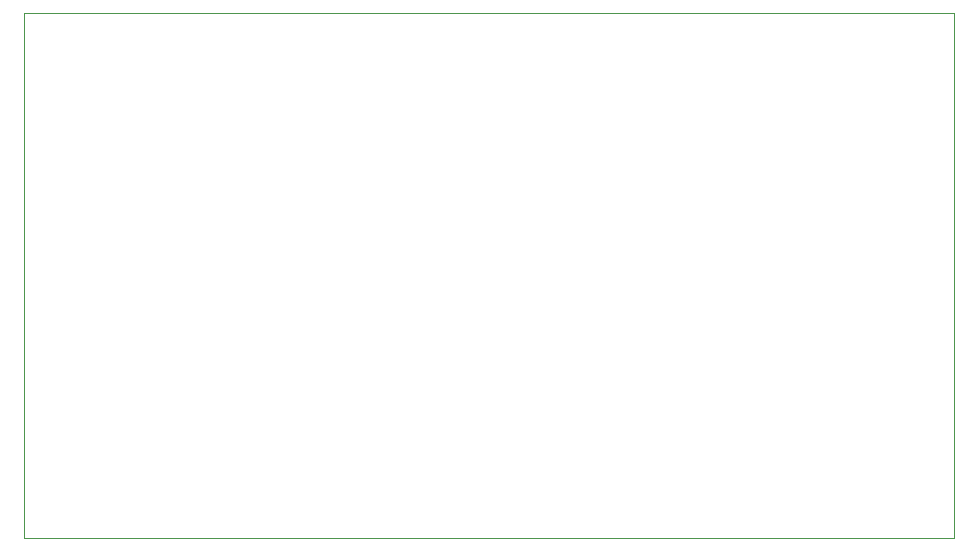
<source format=gbr>
G04 #@! TF.FileFunction,Profile,NP*
%FSLAX46Y46*%
G04 Gerber Fmt 4.6, Leading zero omitted, Abs format (unit mm)*
G04 Created by KiCad (PCBNEW (2015-03-05 BZR 5481)-product) date Monday, 13 July 2015 02:26:57 pm*
%MOMM*%
G01*
G04 APERTURE LIST*
%ADD10C,0.100000*%
G04 APERTURE END LIST*
D10*
X17780000Y-20320000D02*
X19050000Y-20320000D01*
X17780000Y-64770000D02*
X17780000Y-20320000D01*
X96520000Y-64770000D02*
X17780000Y-64770000D01*
X96520000Y-20320000D02*
X96520000Y-64770000D01*
X19050000Y-20320000D02*
X96520000Y-20320000D01*
M02*

</source>
